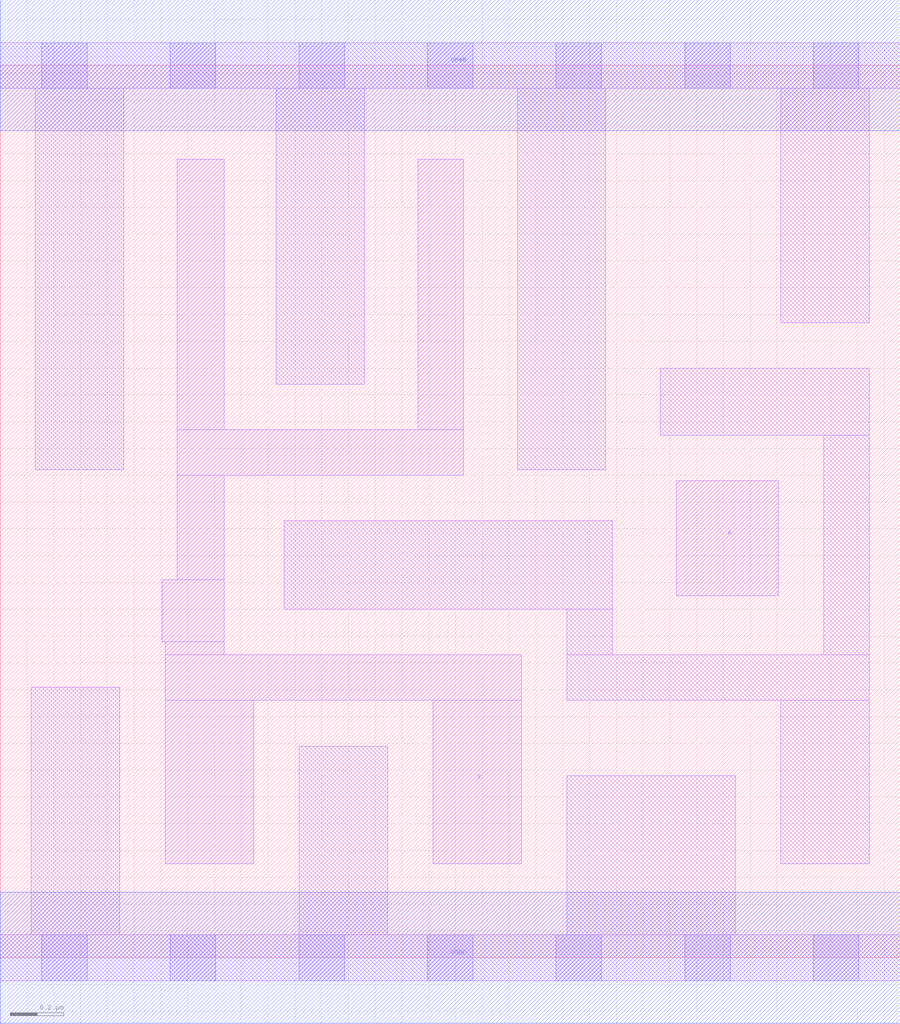
<source format=lef>
# Copyright 2020 The SkyWater PDK Authors
#
# Licensed under the Apache License, Version 2.0 (the "License");
# you may not use this file except in compliance with the License.
# You may obtain a copy of the License at
#
#     https://www.apache.org/licenses/LICENSE-2.0
#
# Unless required by applicable law or agreed to in writing, software
# distributed under the License is distributed on an "AS IS" BASIS,
# WITHOUT WARRANTIES OR CONDITIONS OF ANY KIND, either express or implied.
# See the License for the specific language governing permissions and
# limitations under the License.
#
# SPDX-License-Identifier: Apache-2.0

VERSION 5.7 ;
  NAMESCASESENSITIVE ON ;
  NOWIREEXTENSIONATPIN ON ;
  DIVIDERCHAR "/" ;
  BUSBITCHARS "[]" ;
UNITS
  DATABASE MICRONS 200 ;
END UNITS
MACRO sky130_fd_sc_ls__buf_4
  CLASS CORE ;
  FOREIGN sky130_fd_sc_ls__buf_4 ;
  ORIGIN  0.000000  0.000000 ;
  SIZE  3.360000 BY  3.330000 ;
  SYMMETRY X Y ;
  SITE unit ;
  PIN A
    ANTENNAGATEAREA  0.363000 ;
    DIRECTION INPUT ;
    USE SIGNAL ;
    PORT
      LAYER li1 ;
        RECT 2.525000 1.350000 2.905000 1.780000 ;
    END
  END A
  PIN X
    ANTENNADIFFAREA  1.086400 ;
    DIRECTION OUTPUT ;
    USE SIGNAL ;
    PORT
      LAYER li1 ;
        RECT 0.605000 1.180000 0.835000 1.410000 ;
        RECT 0.615000 0.350000 0.945000 0.960000 ;
        RECT 0.615000 0.960000 1.945000 1.130000 ;
        RECT 0.615000 1.130000 0.835000 1.180000 ;
        RECT 0.660000 1.410000 0.835000 1.800000 ;
        RECT 0.660000 1.800000 1.730000 1.970000 ;
        RECT 0.660000 1.970000 0.835000 2.980000 ;
        RECT 1.560000 1.970000 1.730000 2.980000 ;
        RECT 1.615000 0.350000 1.945000 0.960000 ;
    END
  END X
  PIN VGND
    DIRECTION INOUT ;
    SHAPE ABUTMENT ;
    USE GROUND ;
    PORT
      LAYER met1 ;
        RECT 0.000000 -0.245000 3.360000 0.245000 ;
    END
  END VGND
  PIN VPWR
    DIRECTION INOUT ;
    SHAPE ABUTMENT ;
    USE POWER ;
    PORT
      LAYER met1 ;
        RECT 0.000000 3.085000 3.360000 3.575000 ;
    END
  END VPWR
  OBS
    LAYER li1 ;
      RECT 0.000000 -0.085000 3.360000 0.085000 ;
      RECT 0.000000  3.245000 3.360000 3.415000 ;
      RECT 0.115000  0.085000 0.445000 1.010000 ;
      RECT 0.130000  1.820000 0.460000 3.245000 ;
      RECT 1.030000  2.140000 1.360000 3.245000 ;
      RECT 1.060000  1.300000 2.285000 1.630000 ;
      RECT 1.115000  0.085000 1.445000 0.790000 ;
      RECT 1.930000  1.820000 2.260000 3.245000 ;
      RECT 2.115000  0.085000 2.745000 0.680000 ;
      RECT 2.115000  0.960000 3.245000 1.130000 ;
      RECT 2.115000  1.130000 2.285000 1.300000 ;
      RECT 2.465000  1.950000 3.245000 2.200000 ;
      RECT 2.915000  0.350000 3.245000 0.960000 ;
      RECT 2.915000  2.370000 3.245000 3.245000 ;
      RECT 3.075000  1.130000 3.245000 1.950000 ;
    LAYER mcon ;
      RECT 0.155000 -0.085000 0.325000 0.085000 ;
      RECT 0.155000  3.245000 0.325000 3.415000 ;
      RECT 0.635000 -0.085000 0.805000 0.085000 ;
      RECT 0.635000  3.245000 0.805000 3.415000 ;
      RECT 1.115000 -0.085000 1.285000 0.085000 ;
      RECT 1.115000  3.245000 1.285000 3.415000 ;
      RECT 1.595000 -0.085000 1.765000 0.085000 ;
      RECT 1.595000  3.245000 1.765000 3.415000 ;
      RECT 2.075000 -0.085000 2.245000 0.085000 ;
      RECT 2.075000  3.245000 2.245000 3.415000 ;
      RECT 2.555000 -0.085000 2.725000 0.085000 ;
      RECT 2.555000  3.245000 2.725000 3.415000 ;
      RECT 3.035000 -0.085000 3.205000 0.085000 ;
      RECT 3.035000  3.245000 3.205000 3.415000 ;
  END
END sky130_fd_sc_ls__buf_4
END LIBRARY

</source>
